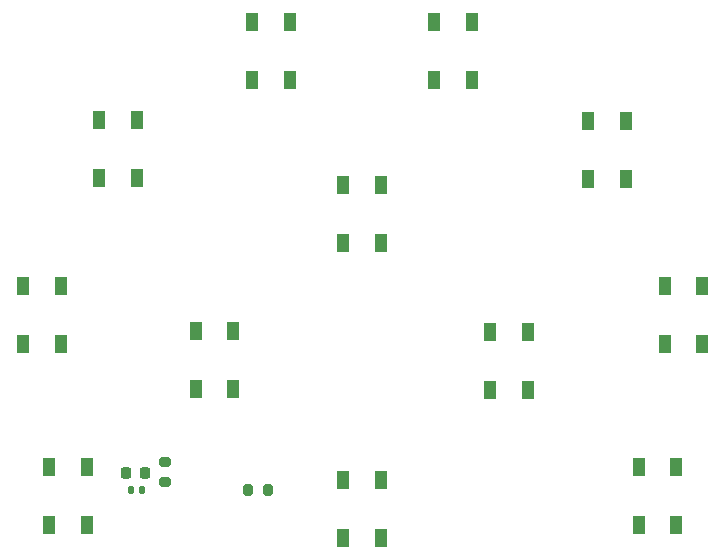
<source format=gtp>
%TF.GenerationSoftware,KiCad,Pcbnew,6.0.4-6f826c9f35~116~ubuntu20.04.1*%
%TF.CreationDate,2022-04-29T21:32:22-06:00*%
%TF.ProjectId,circle-big,63697263-6c65-42d6-9269-672e6b696361,rev?*%
%TF.SameCoordinates,Original*%
%TF.FileFunction,Paste,Top*%
%TF.FilePolarity,Positive*%
%FSLAX46Y46*%
G04 Gerber Fmt 4.6, Leading zero omitted, Abs format (unit mm)*
G04 Created by KiCad (PCBNEW 6.0.4-6f826c9f35~116~ubuntu20.04.1) date 2022-04-29 21:32:22*
%MOMM*%
%LPD*%
G01*
G04 APERTURE LIST*
G04 Aperture macros list*
%AMRoundRect*
0 Rectangle with rounded corners*
0 $1 Rounding radius*
0 $2 $3 $4 $5 $6 $7 $8 $9 X,Y pos of 4 corners*
0 Add a 4 corners polygon primitive as box body*
4,1,4,$2,$3,$4,$5,$6,$7,$8,$9,$2,$3,0*
0 Add four circle primitives for the rounded corners*
1,1,$1+$1,$2,$3*
1,1,$1+$1,$4,$5*
1,1,$1+$1,$6,$7*
1,1,$1+$1,$8,$9*
0 Add four rect primitives between the rounded corners*
20,1,$1+$1,$2,$3,$4,$5,0*
20,1,$1+$1,$4,$5,$6,$7,0*
20,1,$1+$1,$6,$7,$8,$9,0*
20,1,$1+$1,$8,$9,$2,$3,0*%
G04 Aperture macros list end*
%ADD10R,1.000000X1.500000*%
%ADD11RoundRect,0.200000X-0.200000X-0.275000X0.200000X-0.275000X0.200000X0.275000X-0.200000X0.275000X0*%
%ADD12RoundRect,0.225000X-0.225000X-0.250000X0.225000X-0.250000X0.225000X0.250000X-0.225000X0.250000X0*%
%ADD13RoundRect,0.200000X0.275000X-0.200000X0.275000X0.200000X-0.275000X0.200000X-0.275000X-0.200000X0*%
%ADD14RoundRect,0.140000X-0.140000X-0.170000X0.140000X-0.170000X0.140000X0.170000X-0.140000X0.170000X0*%
G04 APERTURE END LIST*
D10*
%TO.C,D1*%
X21600000Y-61050000D03*
X24800000Y-61050000D03*
X24800000Y-56150000D03*
X21600000Y-56150000D03*
%TD*%
%TO.C,D11*%
X73700000Y-45750000D03*
X76900000Y-45750000D03*
X76900000Y-40850000D03*
X73700000Y-40850000D03*
%TD*%
%TO.C,D7*%
X46500000Y-37150000D03*
X49700000Y-37150000D03*
X49700000Y-32250000D03*
X46500000Y-32250000D03*
%TD*%
%TO.C,D3*%
X46500000Y-62150000D03*
X49700000Y-62150000D03*
X49700000Y-57250000D03*
X46500000Y-57250000D03*
%TD*%
%TO.C,D12*%
X71500000Y-61050000D03*
X74700000Y-61050000D03*
X74700000Y-56150000D03*
X71500000Y-56150000D03*
%TD*%
%TO.C,D10*%
X67200000Y-31750000D03*
X70400000Y-31750000D03*
X70400000Y-26850000D03*
X67200000Y-26850000D03*
%TD*%
D11*
%TO.C,R2*%
X38475000Y-58100000D03*
X40125000Y-58100000D03*
%TD*%
D10*
%TO.C,D2*%
X19400000Y-45750000D03*
X22600000Y-45750000D03*
X22600000Y-40850000D03*
X19400000Y-40850000D03*
%TD*%
D12*
%TO.C,C1*%
X28125000Y-56700000D03*
X29675000Y-56700000D03*
%TD*%
D13*
%TO.C,R1*%
X31400000Y-57425000D03*
X31400000Y-55775000D03*
%TD*%
D10*
%TO.C,D4*%
X25800000Y-31650000D03*
X29000000Y-31650000D03*
X29000000Y-26750000D03*
X25800000Y-26750000D03*
%TD*%
%TO.C,D5*%
X58900000Y-49650000D03*
X62100000Y-49650000D03*
X62100000Y-44750000D03*
X58900000Y-44750000D03*
%TD*%
D14*
%TO.C,C2*%
X28520000Y-58100000D03*
X29480000Y-58100000D03*
%TD*%
D10*
%TO.C,D6*%
X38800000Y-23350000D03*
X42000000Y-23350000D03*
X42000000Y-18450000D03*
X38800000Y-18450000D03*
%TD*%
%TO.C,D9*%
X34000000Y-49550000D03*
X37200000Y-49550000D03*
X37200000Y-44650000D03*
X34000000Y-44650000D03*
%TD*%
%TO.C,D8*%
X54200000Y-23350000D03*
X57400000Y-23350000D03*
X57400000Y-18450000D03*
X54200000Y-18450000D03*
%TD*%
M02*

</source>
